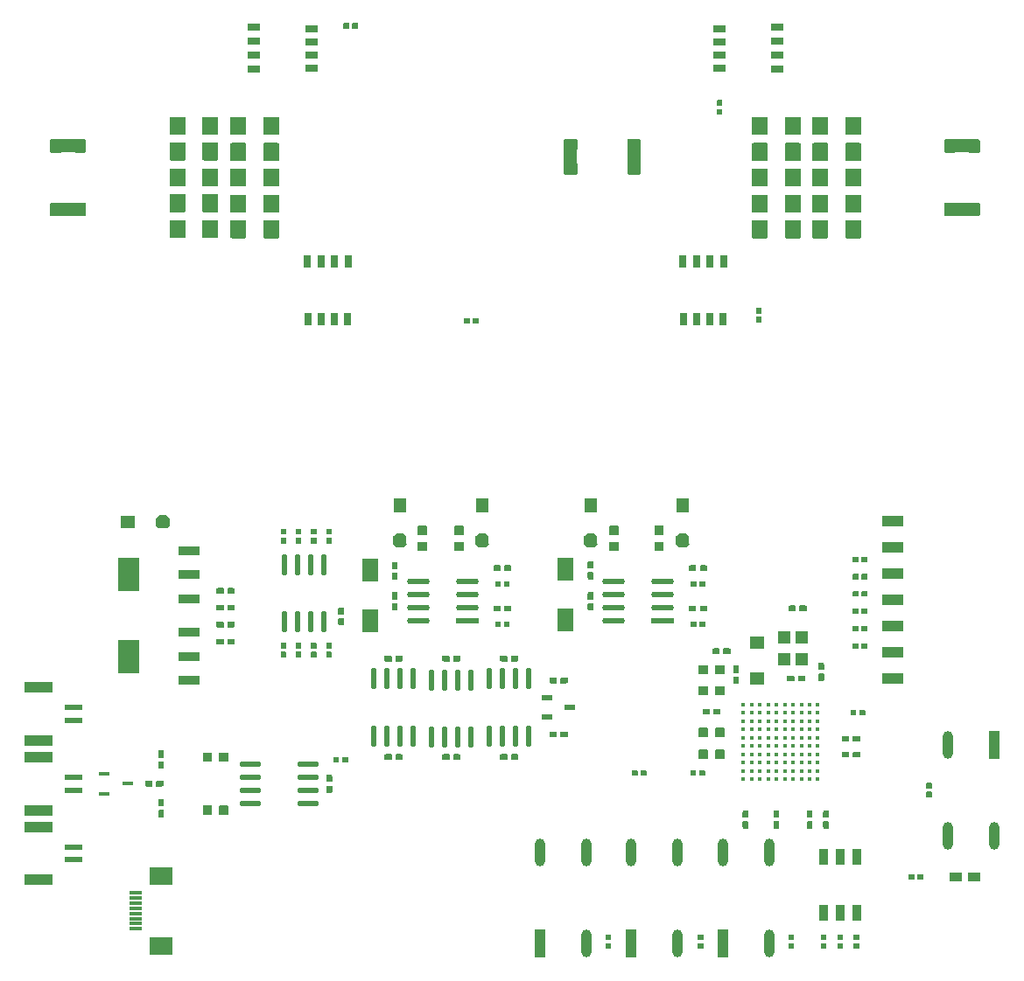
<source format=gtp>
G04*
G04 #@! TF.GenerationSoftware,Altium Limited,Altium Designer,22.0.2 (36)*
G04*
G04 Layer_Color=8421504*
%FSLAX25Y25*%
%MOIN*%
G70*
G04*
G04 #@! TF.SameCoordinates,8DF314AF-FFA0-4F09-AA67-4057F65CF364*
G04*
G04*
G04 #@! TF.FilePolarity,Positive*
G04*
G01*
G75*
%ADD18R,0.07874X0.03937*%
%ADD19O,0.08051X0.02315*%
%ADD20O,0.02315X0.08051*%
%ADD21R,0.02126X0.02227*%
%ADD22R,0.02126X0.03111*%
%ADD23R,0.04085X0.02095*%
%ADD24R,0.03111X0.02126*%
%ADD25C,0.01575*%
%ADD26R,0.05512X0.04724*%
%ADD27R,0.05118X0.01181*%
%ADD28R,0.08661X0.07087*%
%ADD29R,0.02227X0.02126*%
%ADD30R,0.03543X0.05906*%
%ADD31R,0.04724X0.05118*%
%ADD32R,0.05000X0.03500*%
%ADD33R,0.03175X0.03402*%
%ADD34O,0.03937X0.10630*%
%ADD35R,0.03937X0.10630*%
%ADD36R,0.03937X0.01772*%
%ADD37R,0.11024X0.03937*%
%ADD38R,0.06693X0.02362*%
G04:AMPARAMS|DCode=39|XSize=55mil|YSize=50mil|CornerRadius=0mil|HoleSize=0mil|Usage=FLASHONLY|Rotation=270.000|XOffset=0mil|YOffset=0mil|HoleType=Round|Shape=Octagon|*
%AMOCTAGOND39*
4,1,8,-0.01250,-0.02750,0.01250,-0.02750,0.02500,-0.01500,0.02500,0.01500,0.01250,0.02750,-0.01250,0.02750,-0.02500,0.01500,-0.02500,-0.01500,-0.01250,-0.02750,0.0*
%
%ADD39OCTAGOND39*%

%ADD40R,0.05000X0.05500*%
%ADD41R,0.03402X0.03175*%
%ADD42R,0.06272X0.08602*%
%ADD43R,0.08559X0.02292*%
G04:AMPARAMS|DCode=44|XSize=85.59mil|YSize=22.92mil|CornerRadius=11.46mil|HoleSize=0mil|Usage=FLASHONLY|Rotation=180.000|XOffset=0mil|YOffset=0mil|HoleType=Round|Shape=RoundedRectangle|*
%AMROUNDEDRECTD44*
21,1,0.08559,0.00000,0,0,180.0*
21,1,0.06267,0.02292,0,0,180.0*
1,1,0.02292,-0.03134,0.00000*
1,1,0.02292,0.03134,0.00000*
1,1,0.02292,0.03134,0.00000*
1,1,0.02292,-0.03134,0.00000*
%
%ADD44ROUNDEDRECTD44*%
%ADD45R,0.05500X0.05000*%
G04:AMPARAMS|DCode=46|XSize=55mil|YSize=50mil|CornerRadius=0mil|HoleSize=0mil|Usage=FLASHONLY|Rotation=0.000|XOffset=0mil|YOffset=0mil|HoleType=Round|Shape=Octagon|*
%AMOCTAGOND46*
4,1,8,0.02750,-0.01250,0.02750,0.01250,0.01500,0.02500,-0.01500,0.02500,-0.02750,0.01250,-0.02750,-0.01250,-0.01500,-0.02500,0.01500,-0.02500,0.02750,-0.01250,0.0*
%
%ADD46OCTAGOND46*%

%ADD47R,0.08465X0.12795*%
%ADD48R,0.08465X0.03740*%
%ADD49R,0.02559X0.04724*%
%ADD50R,0.04724X0.02559*%
%ADD51R,0.05847X0.06803*%
%ADD52R,0.05049X0.13606*%
%ADD53R,0.13606X0.05049*%
G36*
X1042519Y1029861D02*
Y1028050D01*
X1042362Y1027892D01*
X1040390D01*
X1040233Y1028050D01*
Y1029861D01*
X1040390Y1030018D01*
X1042362D01*
X1042519Y1029861D01*
D02*
G37*
G36*
X1039170D02*
Y1028050D01*
X1039013Y1027892D01*
X1037041D01*
X1036884Y1028050D01*
Y1029861D01*
X1037041Y1030018D01*
X1039013D01*
X1039170Y1029861D01*
D02*
G37*
G36*
X1181240Y1000425D02*
Y998454D01*
X1181083Y998296D01*
X1179272D01*
X1179114Y998454D01*
Y1000425D01*
X1179272Y1000582D01*
X1181083D01*
X1181240Y1000425D01*
D02*
G37*
G36*
Y997076D02*
Y995105D01*
X1181083Y994947D01*
X1179272D01*
X1179114Y995105D01*
Y997076D01*
X1179272Y997233D01*
X1181083D01*
X1181240Y997076D01*
D02*
G37*
G36*
X1233970Y993779D02*
Y987763D01*
X1233576Y987369D01*
X1228517D01*
X1228124Y987763D01*
Y989220D01*
X1228517Y989614D01*
X1229718D01*
X1230112Y990008D01*
Y991533D01*
X1229718Y991927D01*
X1228517D01*
X1228124Y992321D01*
Y993779D01*
X1228517Y994172D01*
X1233576D01*
X1233970Y993779D01*
D02*
G37*
G36*
X1221431D02*
Y992321D01*
X1221037Y991927D01*
X1219837D01*
X1219443Y991533D01*
Y990008D01*
X1219837Y989614D01*
X1221037D01*
X1221431Y989220D01*
Y987763D01*
X1221037Y987369D01*
X1215978D01*
X1215584Y987763D01*
Y993779D01*
X1215978Y994172D01*
X1221037D01*
X1221431Y993779D01*
D02*
G37*
G36*
X1210937D02*
Y987763D01*
X1210543Y987369D01*
X1205484D01*
X1205091Y987763D01*
Y989220D01*
X1205484Y989614D01*
X1206685D01*
X1207078Y990008D01*
Y991533D01*
X1206685Y991927D01*
X1205484D01*
X1205091Y992321D01*
Y993779D01*
X1205484Y994172D01*
X1210543D01*
X1210937Y993779D01*
D02*
G37*
G36*
X1198398D02*
Y992321D01*
X1198004Y991927D01*
X1196804D01*
X1196410Y991533D01*
Y990008D01*
X1196804Y989614D01*
X1198004D01*
X1198398Y989220D01*
Y987763D01*
X1198004Y987369D01*
X1192945D01*
X1192551Y987763D01*
Y993779D01*
X1192945Y994172D01*
X1198004D01*
X1198398Y993779D01*
D02*
G37*
G36*
X1012324D02*
Y987763D01*
X1011930Y987369D01*
X1006871D01*
X1006478Y987763D01*
Y989220D01*
X1006871Y989614D01*
X1008072D01*
X1008465Y990008D01*
Y991533D01*
X1008072Y991927D01*
X1006871D01*
X1006478Y992321D01*
Y993779D01*
X1006871Y994172D01*
X1011930D01*
X1012324Y993779D01*
D02*
G37*
G36*
X999785D02*
Y992321D01*
X999391Y991927D01*
X998190D01*
X997797Y991533D01*
Y990008D01*
X998190Y989614D01*
X999391D01*
X999785Y989220D01*
Y987763D01*
X999391Y987369D01*
X994332D01*
X993938Y987763D01*
Y993779D01*
X994332Y994172D01*
X999391D01*
X999785Y993779D01*
D02*
G37*
G36*
X989158D02*
Y987763D01*
X988764Y987369D01*
X983705D01*
X983312Y987763D01*
Y989220D01*
X983705Y989614D01*
X984906D01*
X985299Y990008D01*
Y991533D01*
X984906Y991927D01*
X983705D01*
X983312Y992321D01*
Y993779D01*
X983705Y994172D01*
X988764D01*
X989158Y993779D01*
D02*
G37*
G36*
X976619D02*
Y992321D01*
X976225Y991927D01*
X975025D01*
X974631Y991533D01*
Y990008D01*
X975025Y989614D01*
X976225D01*
X976619Y989220D01*
Y987763D01*
X976225Y987369D01*
X971166D01*
X970772Y987763D01*
Y993779D01*
X971166Y994172D01*
X976225D01*
X976619Y993779D01*
D02*
G37*
G36*
X1279303Y985224D02*
Y980962D01*
X1278909Y980569D01*
X1275207D01*
X1274813Y980962D01*
Y981892D01*
X1274419Y982285D01*
X1270581D01*
X1270187Y981892D01*
Y980962D01*
X1269793Y980569D01*
X1266091D01*
X1265697Y980962D01*
Y985224D01*
X1266091Y985618D01*
X1278909D01*
X1279303Y985224D01*
D02*
G37*
G36*
X938803D02*
Y980962D01*
X938409Y980569D01*
X934707D01*
X934313Y980962D01*
Y981892D01*
X933919Y982285D01*
X930081D01*
X929687Y981892D01*
Y980962D01*
X929293Y980569D01*
X925591D01*
X925197Y980962D01*
Y985224D01*
X925591Y985618D01*
X938409D01*
X938803Y985224D01*
D02*
G37*
G36*
X989158Y983937D02*
Y977921D01*
X988764Y977528D01*
X983705D01*
X983312Y977921D01*
Y979379D01*
X983705Y979773D01*
X984906D01*
X985299Y980166D01*
Y981692D01*
X984906Y982086D01*
X983705D01*
X983312Y982479D01*
Y983937D01*
X983705Y984331D01*
X988764D01*
X989158Y983937D01*
D02*
G37*
G36*
X976619D02*
Y982479D01*
X976225Y982086D01*
X975025D01*
X974631Y981692D01*
Y980166D01*
X975025Y979773D01*
X976225D01*
X976619Y979379D01*
Y977921D01*
X976225Y977528D01*
X971166D01*
X970772Y977921D01*
Y983937D01*
X971166Y984331D01*
X976225D01*
X976619Y983937D01*
D02*
G37*
G36*
X1233970Y983904D02*
Y977888D01*
X1233576Y977494D01*
X1228517D01*
X1228124Y977888D01*
Y979346D01*
X1228517Y979739D01*
X1229718D01*
X1230112Y980133D01*
Y981659D01*
X1229718Y982052D01*
X1228517D01*
X1228124Y982446D01*
Y983904D01*
X1228517Y984297D01*
X1233576D01*
X1233970Y983904D01*
D02*
G37*
G36*
X1221431D02*
Y982446D01*
X1221037Y982052D01*
X1219837D01*
X1219443Y981659D01*
Y980133D01*
X1219837Y979739D01*
X1221037D01*
X1221431Y979346D01*
Y977888D01*
X1221037Y977494D01*
X1215978D01*
X1215584Y977888D01*
Y983904D01*
X1215978Y984297D01*
X1221037D01*
X1221431Y983904D01*
D02*
G37*
G36*
X1210937D02*
Y977888D01*
X1210543Y977494D01*
X1205484D01*
X1205091Y977888D01*
Y979346D01*
X1205484Y979739D01*
X1206685D01*
X1207078Y980133D01*
Y981659D01*
X1206685Y982052D01*
X1205484D01*
X1205091Y982446D01*
Y983904D01*
X1205484Y984297D01*
X1210543D01*
X1210937Y983904D01*
D02*
G37*
G36*
X1198398D02*
Y982446D01*
X1198004Y982052D01*
X1196804D01*
X1196410Y981659D01*
Y980133D01*
X1196804Y979739D01*
X1198004D01*
X1198398Y979346D01*
Y977888D01*
X1198004Y977494D01*
X1192945D01*
X1192551Y977888D01*
Y983904D01*
X1192945Y984297D01*
X1198004D01*
X1198398Y983904D01*
D02*
G37*
G36*
X1012324D02*
Y977888D01*
X1011930Y977494D01*
X1006871D01*
X1006478Y977888D01*
Y979346D01*
X1006871Y979739D01*
X1008072D01*
X1008465Y980133D01*
Y981659D01*
X1008072Y982052D01*
X1006871D01*
X1006478Y982446D01*
Y983904D01*
X1006871Y984297D01*
X1011930D01*
X1012324Y983904D01*
D02*
G37*
G36*
X999785D02*
Y982446D01*
X999391Y982052D01*
X998190D01*
X997797Y981659D01*
Y980133D01*
X998190Y979739D01*
X999391D01*
X999785Y979346D01*
Y977888D01*
X999391Y977494D01*
X994332D01*
X993938Y977888D01*
Y983904D01*
X994332Y984297D01*
X999391D01*
X999785Y983904D01*
D02*
G37*
G36*
X1150097Y985409D02*
Y972591D01*
X1149703Y972197D01*
X1145441D01*
X1145047Y972591D01*
Y976293D01*
X1145441Y976687D01*
X1146370D01*
X1146764Y977081D01*
Y980919D01*
X1146370Y981313D01*
X1145441D01*
X1145047Y981707D01*
Y985409D01*
X1145441Y985803D01*
X1149703D01*
X1150097Y985409D01*
D02*
G37*
G36*
X1125953D02*
Y981707D01*
X1125559Y981313D01*
X1124630D01*
X1124236Y980919D01*
Y977081D01*
X1124630Y976687D01*
X1125559D01*
X1125953Y976293D01*
Y972591D01*
X1125559Y972197D01*
X1121297D01*
X1120903Y972591D01*
Y985409D01*
X1121297Y985803D01*
X1125559D01*
X1125953Y985409D01*
D02*
G37*
G36*
X989158Y974096D02*
Y968080D01*
X988764Y967686D01*
X983705D01*
X983312Y968080D01*
Y969538D01*
X983705Y969931D01*
X984906D01*
X985299Y970325D01*
Y971851D01*
X984906Y972244D01*
X983705D01*
X983312Y972638D01*
Y974096D01*
X983705Y974489D01*
X988764D01*
X989158Y974096D01*
D02*
G37*
G36*
X976619D02*
Y972638D01*
X976225Y972244D01*
X975025D01*
X974631Y971851D01*
Y970325D01*
X975025Y969931D01*
X976225D01*
X976619Y969538D01*
Y968080D01*
X976225Y967686D01*
X971166D01*
X970772Y968080D01*
Y974096D01*
X971166Y974489D01*
X976225D01*
X976619Y974096D01*
D02*
G37*
G36*
X1233970Y974029D02*
Y968013D01*
X1233576Y967620D01*
X1228517D01*
X1228124Y968013D01*
Y969471D01*
X1228517Y969865D01*
X1229718D01*
X1230112Y970259D01*
Y971784D01*
X1229718Y972178D01*
X1228517D01*
X1228124Y972571D01*
Y974029D01*
X1228517Y974423D01*
X1233576D01*
X1233970Y974029D01*
D02*
G37*
G36*
X1221431D02*
Y972571D01*
X1221037Y972178D01*
X1219837D01*
X1219443Y971784D01*
Y970259D01*
X1219837Y969865D01*
X1221037D01*
X1221431Y969471D01*
Y968013D01*
X1221037Y967620D01*
X1215978D01*
X1215584Y968013D01*
Y974029D01*
X1215978Y974423D01*
X1221037D01*
X1221431Y974029D01*
D02*
G37*
G36*
X1210937D02*
Y968013D01*
X1210543Y967620D01*
X1205484D01*
X1205091Y968013D01*
Y969471D01*
X1205484Y969865D01*
X1206685D01*
X1207078Y970259D01*
Y971784D01*
X1206685Y972178D01*
X1205484D01*
X1205091Y972571D01*
Y974029D01*
X1205484Y974423D01*
X1210543D01*
X1210937Y974029D01*
D02*
G37*
G36*
X1198398D02*
Y972571D01*
X1198004Y972178D01*
X1196804D01*
X1196410Y971784D01*
Y970259D01*
X1196804Y969865D01*
X1198004D01*
X1198398Y969471D01*
Y968013D01*
X1198004Y967620D01*
X1192945D01*
X1192551Y968013D01*
Y974029D01*
X1192945Y974423D01*
X1198004D01*
X1198398Y974029D01*
D02*
G37*
G36*
X1012324D02*
Y968013D01*
X1011930Y967620D01*
X1006871D01*
X1006478Y968013D01*
Y969471D01*
X1006871Y969865D01*
X1008072D01*
X1008465Y970259D01*
Y971784D01*
X1008072Y972178D01*
X1006871D01*
X1006478Y972571D01*
Y974029D01*
X1006871Y974423D01*
X1011930D01*
X1012324Y974029D01*
D02*
G37*
G36*
X999785D02*
Y972571D01*
X999391Y972178D01*
X998190D01*
X997797Y971784D01*
Y970259D01*
X998190Y969865D01*
X999391D01*
X999785Y969471D01*
Y968013D01*
X999391Y967620D01*
X994332D01*
X993938Y968013D01*
Y974029D01*
X994332Y974423D01*
X999391D01*
X999785Y974029D01*
D02*
G37*
G36*
X1279303Y961080D02*
Y956818D01*
X1278909Y956425D01*
X1266091D01*
X1265697Y956818D01*
Y961080D01*
X1266091Y961474D01*
X1269793D01*
X1270187Y961080D01*
Y960151D01*
X1270581Y959757D01*
X1274419D01*
X1274813Y960151D01*
Y961080D01*
X1275207Y961474D01*
X1278909D01*
X1279303Y961080D01*
D02*
G37*
G36*
X938803D02*
Y956818D01*
X938409Y956425D01*
X925591D01*
X925197Y956818D01*
Y961080D01*
X925591Y961474D01*
X929293D01*
X929687Y961080D01*
Y960151D01*
X930081Y959757D01*
X933919D01*
X934313Y960151D01*
Y961080D01*
X934707Y961474D01*
X938409D01*
X938803Y961080D01*
D02*
G37*
G36*
X989158Y964254D02*
Y958239D01*
X988764Y957845D01*
X983705D01*
X983312Y958239D01*
Y959696D01*
X983705Y960090D01*
X984906D01*
X985299Y960484D01*
Y962009D01*
X984906Y962403D01*
X983705D01*
X983312Y962797D01*
Y964254D01*
X983705Y964648D01*
X988764D01*
X989158Y964254D01*
D02*
G37*
G36*
X976619D02*
Y962797D01*
X976225Y962403D01*
X975025D01*
X974631Y962009D01*
Y960484D01*
X975025Y960090D01*
X976225D01*
X976619Y959696D01*
Y958239D01*
X976225Y957845D01*
X971166D01*
X970772Y958239D01*
Y964254D01*
X971166Y964648D01*
X976225D01*
X976619Y964254D01*
D02*
G37*
G36*
X1233970Y964155D02*
Y958139D01*
X1233576Y957745D01*
X1228517D01*
X1228124Y958139D01*
Y959597D01*
X1228517Y959990D01*
X1229718D01*
X1230112Y960384D01*
Y961909D01*
X1229718Y962303D01*
X1228517D01*
X1228124Y962697D01*
Y964155D01*
X1228517Y964548D01*
X1233576D01*
X1233970Y964155D01*
D02*
G37*
G36*
X1221431D02*
Y962697D01*
X1221037Y962303D01*
X1219837D01*
X1219443Y961909D01*
Y960384D01*
X1219837Y959990D01*
X1221037D01*
X1221431Y959597D01*
Y958139D01*
X1221037Y957745D01*
X1215978D01*
X1215584Y958139D01*
Y964155D01*
X1215978Y964548D01*
X1221037D01*
X1221431Y964155D01*
D02*
G37*
G36*
X1210937D02*
Y958139D01*
X1210543Y957745D01*
X1205484D01*
X1205091Y958139D01*
Y959597D01*
X1205484Y959990D01*
X1206685D01*
X1207078Y960384D01*
Y961909D01*
X1206685Y962303D01*
X1205484D01*
X1205091Y962697D01*
Y964155D01*
X1205484Y964548D01*
X1210543D01*
X1210937Y964155D01*
D02*
G37*
G36*
X1198398D02*
Y962697D01*
X1198004Y962303D01*
X1196804D01*
X1196410Y961909D01*
Y960384D01*
X1196804Y959990D01*
X1198004D01*
X1198398Y959597D01*
Y958139D01*
X1198004Y957745D01*
X1192945D01*
X1192551Y958139D01*
Y964155D01*
X1192945Y964548D01*
X1198004D01*
X1198398Y964155D01*
D02*
G37*
G36*
X1012324D02*
Y958139D01*
X1011930Y957745D01*
X1006871D01*
X1006478Y958139D01*
Y959597D01*
X1006871Y959990D01*
X1008072D01*
X1008465Y960384D01*
Y961909D01*
X1008072Y962303D01*
X1006871D01*
X1006478Y962697D01*
Y964155D01*
X1006871Y964548D01*
X1011930D01*
X1012324Y964155D01*
D02*
G37*
G36*
X999785D02*
Y962697D01*
X999391Y962303D01*
X998190D01*
X997797Y961909D01*
Y960384D01*
X998190Y959990D01*
X999391D01*
X999785Y959597D01*
Y958139D01*
X999391Y957745D01*
X994332D01*
X993938Y958139D01*
Y964155D01*
X994332Y964548D01*
X999391D01*
X999785Y964155D01*
D02*
G37*
G36*
X989158Y954413D02*
Y948397D01*
X988764Y948003D01*
X983705D01*
X983312Y948397D01*
Y949855D01*
X983705Y950249D01*
X984906D01*
X985299Y950642D01*
Y952168D01*
X984906Y952561D01*
X983705D01*
X983312Y952955D01*
Y954413D01*
X983705Y954807D01*
X988764D01*
X989158Y954413D01*
D02*
G37*
G36*
X976619D02*
Y952955D01*
X976225Y952561D01*
X975025D01*
X974631Y952168D01*
Y950642D01*
X975025Y950249D01*
X976225D01*
X976619Y949855D01*
Y948397D01*
X976225Y948003D01*
X971166D01*
X970772Y948397D01*
Y954413D01*
X971166Y954807D01*
X976225D01*
X976619Y954413D01*
D02*
G37*
G36*
X1233970Y954280D02*
Y948264D01*
X1233576Y947871D01*
X1228517D01*
X1228124Y948264D01*
Y949722D01*
X1228517Y950116D01*
X1229718D01*
X1230112Y950509D01*
Y952035D01*
X1229718Y952429D01*
X1228517D01*
X1228124Y952822D01*
Y954280D01*
X1228517Y954674D01*
X1233576D01*
X1233970Y954280D01*
D02*
G37*
G36*
X1221431D02*
Y952822D01*
X1221037Y952429D01*
X1219837D01*
X1219443Y952035D01*
Y950509D01*
X1219837Y950116D01*
X1221037D01*
X1221431Y949722D01*
Y948264D01*
X1221037Y947871D01*
X1215978D01*
X1215584Y948264D01*
Y954280D01*
X1215978Y954674D01*
X1221037D01*
X1221431Y954280D01*
D02*
G37*
G36*
X1210937D02*
Y948264D01*
X1210543Y947871D01*
X1205484D01*
X1205091Y948264D01*
Y949722D01*
X1205484Y950116D01*
X1206685D01*
X1207078Y950509D01*
Y952035D01*
X1206685Y952429D01*
X1205484D01*
X1205091Y952822D01*
Y954280D01*
X1205484Y954674D01*
X1210543D01*
X1210937Y954280D01*
D02*
G37*
G36*
X1198398D02*
Y952822D01*
X1198004Y952429D01*
X1196804D01*
X1196410Y952035D01*
Y950509D01*
X1196804Y950116D01*
X1198004D01*
X1198398Y949722D01*
Y948264D01*
X1198004Y947871D01*
X1192945D01*
X1192551Y948264D01*
Y954280D01*
X1192945Y954674D01*
X1198004D01*
X1198398Y954280D01*
D02*
G37*
G36*
X1012324D02*
Y948264D01*
X1011930Y947871D01*
X1006871D01*
X1006478Y948264D01*
Y949722D01*
X1006871Y950116D01*
X1008072D01*
X1008465Y950509D01*
Y952035D01*
X1008072Y952429D01*
X1006871D01*
X1006478Y952822D01*
Y954280D01*
X1006871Y954674D01*
X1011930D01*
X1012324Y954280D01*
D02*
G37*
G36*
X999785D02*
Y952822D01*
X999391Y952429D01*
X998190D01*
X997797Y952035D01*
Y950509D01*
X998190Y950116D01*
X999391D01*
X999785Y949722D01*
Y948264D01*
X999391Y947871D01*
X994332D01*
X993938Y948264D01*
Y954280D01*
X994332Y954674D01*
X999391D01*
X999785Y954280D01*
D02*
G37*
G36*
X1196063Y921364D02*
Y919393D01*
X1195905Y919236D01*
X1194094D01*
X1193937Y919393D01*
Y921364D01*
X1194094Y921521D01*
X1195905D01*
X1196063Y921364D01*
D02*
G37*
G36*
Y918015D02*
Y916044D01*
X1195905Y915886D01*
X1194094D01*
X1193937Y916044D01*
Y918015D01*
X1194094Y918172D01*
X1195905D01*
X1196063Y918015D01*
D02*
G37*
G36*
X1088317Y917406D02*
Y915594D01*
X1088160Y915437D01*
X1086189D01*
X1086032Y915594D01*
Y917406D01*
X1086189Y917563D01*
X1088160D01*
X1088317Y917406D01*
D02*
G37*
G36*
X1084968D02*
Y915594D01*
X1084811Y915437D01*
X1082840D01*
X1082683Y915594D01*
Y917406D01*
X1082840Y917563D01*
X1084811D01*
X1084968Y917406D01*
D02*
G37*
G36*
X1032421Y837053D02*
Y835082D01*
X1032263Y834924D01*
X1030452D01*
X1030295Y835082D01*
Y837053D01*
X1030452Y837210D01*
X1032263D01*
X1032421Y837053D01*
D02*
G37*
G36*
X1026641D02*
Y835082D01*
X1026483Y834924D01*
X1024672D01*
X1024514Y835082D01*
Y837053D01*
X1024672Y837210D01*
X1026483D01*
X1026641Y837053D01*
D02*
G37*
G36*
X1020860D02*
Y835082D01*
X1020703Y834924D01*
X1018892D01*
X1018734Y835082D01*
Y837053D01*
X1018892Y837210D01*
X1020703D01*
X1020860Y837053D01*
D02*
G37*
G36*
X1015080D02*
Y835082D01*
X1014923Y834924D01*
X1013112D01*
X1012954Y835082D01*
Y837053D01*
X1013112Y837210D01*
X1014923D01*
X1015080Y837053D01*
D02*
G37*
G36*
X1158831Y838239D02*
Y835090D01*
X1158634Y834893D01*
X1157681D01*
Y836350D01*
X1156382D01*
Y834893D01*
X1155485D01*
X1155288Y835090D01*
Y838239D01*
X1155485Y838436D01*
X1158634D01*
X1158831Y838239D01*
D02*
G37*
G36*
X1141772Y838239D02*
Y835090D01*
X1141575Y834893D01*
X1140622D01*
Y836349D01*
X1139323D01*
Y834893D01*
X1138425D01*
X1138228Y835090D01*
Y838239D01*
X1138425Y838436D01*
X1141575D01*
X1141772Y838239D01*
D02*
G37*
G36*
X1082772D02*
Y835090D01*
X1082575Y834893D01*
X1081622D01*
Y836349D01*
X1080323D01*
Y834893D01*
X1079425D01*
X1079228Y835090D01*
Y838239D01*
X1079425Y838436D01*
X1082575D01*
X1082772Y838239D01*
D02*
G37*
G36*
X1068772D02*
Y835090D01*
X1068575Y834893D01*
X1067622D01*
Y836349D01*
X1066323D01*
Y834893D01*
X1065425D01*
X1065228Y835090D01*
Y838239D01*
X1065425Y838436D01*
X1068575D01*
X1068772Y838239D01*
D02*
G37*
G36*
X1032421Y833704D02*
Y831733D01*
X1032263Y831575D01*
X1030452D01*
X1030295Y831733D01*
Y833704D01*
X1030452Y833861D01*
X1032263D01*
X1032421Y833704D01*
D02*
G37*
G36*
X1026641D02*
Y831733D01*
X1026483Y831575D01*
X1024672D01*
X1024514Y831733D01*
Y833704D01*
X1024672Y833861D01*
X1026483D01*
X1026641Y833704D01*
D02*
G37*
G36*
X1020860D02*
Y831733D01*
X1020703Y831575D01*
X1018892D01*
X1018734Y831733D01*
Y833704D01*
X1018892Y833861D01*
X1020703D01*
X1020860Y833704D01*
D02*
G37*
G36*
X1015080D02*
Y831733D01*
X1014923Y831575D01*
X1013112D01*
X1012954Y831733D01*
Y833704D01*
X1013112Y833861D01*
X1014923D01*
X1015080Y833704D01*
D02*
G37*
G36*
X1158831Y831940D02*
Y828830D01*
X1158634Y828633D01*
X1155485D01*
X1155288Y828830D01*
Y831940D01*
X1155485Y832137D01*
X1156382D01*
Y830641D01*
X1157681D01*
Y832137D01*
X1158634D01*
X1158831Y831940D01*
D02*
G37*
G36*
X1141772Y831940D02*
Y828830D01*
X1141575Y828633D01*
X1138425D01*
X1138228Y828830D01*
Y831940D01*
X1138425Y832137D01*
X1139323D01*
Y830641D01*
X1140622D01*
Y832137D01*
X1141575D01*
X1141772Y831940D01*
D02*
G37*
G36*
X1082772D02*
Y828830D01*
X1082575Y828633D01*
X1079425D01*
X1079228Y828830D01*
Y831940D01*
X1079425Y832137D01*
X1080323D01*
Y830641D01*
X1081622D01*
Y832137D01*
X1082575D01*
X1082772Y831940D01*
D02*
G37*
G36*
X1068772D02*
Y828830D01*
X1068575Y828633D01*
X1065425D01*
X1065228Y828830D01*
Y831940D01*
X1065425Y832137D01*
X1066323D01*
Y830641D01*
X1067622D01*
Y832137D01*
X1068575D01*
X1068772Y831940D01*
D02*
G37*
G36*
X1236522Y826342D02*
Y824531D01*
X1236364Y824373D01*
X1234393D01*
X1234235Y824531D01*
Y826342D01*
X1234393Y826499D01*
X1236364D01*
X1236522Y826342D01*
D02*
G37*
G36*
X1233173D02*
Y824531D01*
X1233015Y824373D01*
X1231044D01*
X1230886Y824531D01*
Y826342D01*
X1231044Y826499D01*
X1233015D01*
X1233173Y826342D01*
D02*
G37*
G36*
X1132060Y824263D02*
Y822373D01*
X1131864Y822097D01*
X1130092D01*
X1129895Y822373D01*
Y824263D01*
X1130092Y824459D01*
X1131864D01*
X1132060Y824263D01*
D02*
G37*
G36*
X1057550Y823959D02*
Y822069D01*
X1057353Y821794D01*
X1055582D01*
X1055385Y822069D01*
Y823959D01*
X1055582Y824156D01*
X1057353D01*
X1057550Y823959D01*
D02*
G37*
G36*
X1175027Y823095D02*
Y821323D01*
X1174830Y821126D01*
X1172940D01*
X1172665Y821323D01*
Y823095D01*
X1172940Y823291D01*
X1174830D01*
X1175027Y823095D01*
D02*
G37*
G36*
X1171247D02*
Y821323D01*
X1170972Y821126D01*
X1169082D01*
X1168885Y821323D01*
Y823095D01*
X1169082Y823291D01*
X1170972D01*
X1171247Y823095D01*
D02*
G37*
G36*
X1100517Y823095D02*
Y821323D01*
X1100320Y821126D01*
X1098430D01*
X1098155Y821323D01*
Y823095D01*
X1098430Y823291D01*
X1100320D01*
X1100517Y823095D01*
D02*
G37*
G36*
X1096737D02*
Y821323D01*
X1096462Y821126D01*
X1094572D01*
X1094375Y821323D01*
Y823095D01*
X1094572Y823291D01*
X1096462D01*
X1096737Y823095D01*
D02*
G37*
G36*
X1132060Y820404D02*
Y818515D01*
X1131864Y818318D01*
X1130092D01*
X1129895Y818515D01*
Y820404D01*
X1130092Y820680D01*
X1131864D01*
X1132060Y820404D01*
D02*
G37*
G36*
X1057550Y820101D02*
Y818211D01*
X1057353Y818014D01*
X1055582D01*
X1055385Y818211D01*
Y820101D01*
X1055582Y820377D01*
X1057353D01*
X1057550Y820101D01*
D02*
G37*
G36*
X1236522Y819841D02*
Y818030D01*
X1236364Y817872D01*
X1234393D01*
X1234235Y818030D01*
Y819841D01*
X1234393Y819998D01*
X1236364D01*
X1236522Y819841D01*
D02*
G37*
G36*
X1233173D02*
Y818030D01*
X1233015Y817872D01*
X1231044D01*
X1230886Y818030D01*
Y819841D01*
X1231044Y819998D01*
X1233015D01*
X1233173Y819841D01*
D02*
G37*
G36*
X1174774Y817083D02*
Y815272D01*
X1174616Y815115D01*
X1172645D01*
X1172488Y815272D01*
Y817083D01*
X1172645Y817241D01*
X1174616D01*
X1174774Y817083D01*
D02*
G37*
G36*
X1171425D02*
Y815272D01*
X1171267Y815115D01*
X1169296D01*
X1169139Y815272D01*
Y817083D01*
X1169296Y817241D01*
X1171267D01*
X1171425Y817083D01*
D02*
G37*
G36*
X1100263Y817083D02*
Y815272D01*
X1100106Y815115D01*
X1098135D01*
X1097977Y815272D01*
Y817083D01*
X1098135Y817241D01*
X1100106D01*
X1100263Y817083D01*
D02*
G37*
G36*
X1096914D02*
Y815272D01*
X1096757Y815115D01*
X1094786D01*
X1094628Y815272D01*
Y817083D01*
X1094786Y817241D01*
X1096757D01*
X1096914Y817083D01*
D02*
G37*
G36*
X995062Y814429D02*
Y812657D01*
X994865Y812460D01*
X992975D01*
X992700Y812657D01*
Y814429D01*
X992975Y814625D01*
X994865D01*
X995062Y814429D01*
D02*
G37*
G36*
X991282D02*
Y812657D01*
X991007Y812460D01*
X989117D01*
X988920Y812657D01*
Y814429D01*
X989117Y814625D01*
X991007D01*
X991282Y814429D01*
D02*
G37*
G36*
X1236522Y813232D02*
Y811421D01*
X1236364Y811263D01*
X1234393D01*
X1234235Y811421D01*
Y813232D01*
X1234393Y813389D01*
X1236364D01*
X1236522Y813232D01*
D02*
G37*
G36*
X1233173D02*
Y811421D01*
X1233015Y811263D01*
X1231044D01*
X1230886Y811421D01*
Y813232D01*
X1231044Y813389D01*
X1233015D01*
X1233173Y813232D01*
D02*
G37*
G36*
X1132060Y812374D02*
Y810484D01*
X1131863Y810209D01*
X1130092D01*
X1129895Y810484D01*
Y812374D01*
X1130092Y812571D01*
X1131863D01*
X1132060Y812374D01*
D02*
G37*
G36*
X1057550Y812374D02*
Y810484D01*
X1057353Y810209D01*
X1055582D01*
X1055385Y810484D01*
Y812374D01*
X1055582Y812571D01*
X1057353D01*
X1057550Y812374D01*
D02*
G37*
G36*
X1132060Y808516D02*
Y806626D01*
X1131863Y806429D01*
X1130092D01*
X1129895Y806626D01*
Y808516D01*
X1130092Y808791D01*
X1131863D01*
X1132060Y808516D01*
D02*
G37*
G36*
X1057550Y808516D02*
Y806626D01*
X1057353Y806429D01*
X1055582D01*
X1055385Y806626D01*
Y808516D01*
X1055582Y808791D01*
X1057353D01*
X1057550Y808516D01*
D02*
G37*
G36*
X995062Y807963D02*
Y806191D01*
X994865Y805994D01*
X992975D01*
X992700Y806191D01*
Y807963D01*
X992975Y808159D01*
X994865D01*
X995062Y807963D01*
D02*
G37*
G36*
X991282D02*
Y806191D01*
X991007Y805994D01*
X989117D01*
X988920Y806191D01*
Y807963D01*
X989117Y808159D01*
X991007D01*
X991282Y807963D01*
D02*
G37*
G36*
X1212965Y807748D02*
Y805976D01*
X1212768Y805779D01*
X1210878D01*
X1210603Y805976D01*
Y807748D01*
X1210878Y807944D01*
X1212768D01*
X1212965Y807748D01*
D02*
G37*
G36*
X1209186D02*
Y805976D01*
X1208910Y805779D01*
X1207020D01*
X1206823Y805976D01*
Y807748D01*
X1207020Y807944D01*
X1208910D01*
X1209186Y807748D01*
D02*
G37*
G36*
X1175027Y807715D02*
Y805943D01*
X1174830Y805746D01*
X1172940D01*
X1172665Y805943D01*
Y807715D01*
X1172940Y807912D01*
X1174830D01*
X1175027Y807715D01*
D02*
G37*
G36*
X1171247D02*
Y805943D01*
X1170972Y805746D01*
X1169082D01*
X1168885Y805943D01*
Y807715D01*
X1169082Y807912D01*
X1170972D01*
X1171247Y807715D01*
D02*
G37*
G36*
X1100517Y807715D02*
Y805943D01*
X1100320Y805746D01*
X1098430D01*
X1098155Y805943D01*
Y807715D01*
X1098430Y807911D01*
X1100320D01*
X1100517Y807715D01*
D02*
G37*
G36*
X1096737D02*
Y805943D01*
X1096462Y805746D01*
X1094572D01*
X1094375Y805943D01*
Y807715D01*
X1094572Y807911D01*
X1096462D01*
X1096737Y807715D01*
D02*
G37*
G36*
X1236522Y806623D02*
Y804812D01*
X1236364Y804655D01*
X1234393D01*
X1234235Y804812D01*
Y806623D01*
X1234393Y806781D01*
X1236364D01*
X1236522Y806623D01*
D02*
G37*
G36*
X1233173D02*
Y804812D01*
X1233015Y804655D01*
X1231044D01*
X1230886Y804812D01*
Y806623D01*
X1231044Y806781D01*
X1233015D01*
X1233173Y806623D01*
D02*
G37*
G36*
X1037083Y806605D02*
Y804715D01*
X1036886Y804440D01*
X1035114D01*
X1034917Y804715D01*
Y806605D01*
X1035114Y806802D01*
X1036886D01*
X1037083Y806605D01*
D02*
G37*
G36*
Y802747D02*
Y800857D01*
X1036886Y800660D01*
X1035114D01*
X1034917Y800857D01*
Y802747D01*
X1035114Y803022D01*
X1036886D01*
X1037083Y802747D01*
D02*
G37*
G36*
X1174774Y801665D02*
Y799854D01*
X1174616Y799696D01*
X1172645D01*
X1172488Y799854D01*
Y801665D01*
X1172645Y801822D01*
X1174616D01*
X1174774Y801665D01*
D02*
G37*
G36*
X1171425D02*
Y799854D01*
X1171267Y799696D01*
X1169296D01*
X1169139Y799854D01*
Y801665D01*
X1169296Y801822D01*
X1171267D01*
X1171425Y801665D01*
D02*
G37*
G36*
X1100263Y801665D02*
Y799854D01*
X1100106Y799696D01*
X1098135D01*
X1097977Y799854D01*
Y801665D01*
X1098135Y801822D01*
X1100106D01*
X1100263Y801665D01*
D02*
G37*
G36*
X1096914D02*
Y799854D01*
X1096757Y799696D01*
X1094786D01*
X1094628Y799854D01*
Y801665D01*
X1094786Y801822D01*
X1096757D01*
X1096914Y801665D01*
D02*
G37*
G36*
X995062Y801497D02*
Y799725D01*
X994865Y799528D01*
X992975D01*
X992700Y799725D01*
Y801497D01*
X992975Y801693D01*
X994865D01*
X995062Y801497D01*
D02*
G37*
G36*
X991282D02*
Y799725D01*
X991007Y799528D01*
X989117D01*
X988920Y799725D01*
Y801497D01*
X989117Y801693D01*
X991007D01*
X991282Y801497D01*
D02*
G37*
G36*
X1236522Y800014D02*
Y798203D01*
X1236364Y798046D01*
X1234393D01*
X1234235Y798203D01*
Y800014D01*
X1234393Y800172D01*
X1236364D01*
X1236522Y800014D01*
D02*
G37*
G36*
X1233173D02*
Y798203D01*
X1233015Y798046D01*
X1231044D01*
X1230886Y798203D01*
Y800014D01*
X1231044Y800172D01*
X1233015D01*
X1233173Y800014D01*
D02*
G37*
G36*
X995062Y795030D02*
Y793259D01*
X994865Y793062D01*
X992975D01*
X992700Y793259D01*
Y795030D01*
X992975Y795227D01*
X994865D01*
X995062Y795030D01*
D02*
G37*
G36*
X991282D02*
Y793259D01*
X991007Y793062D01*
X989117D01*
X988920Y793259D01*
Y795030D01*
X989117Y795227D01*
X991007D01*
X991282Y795030D01*
D02*
G37*
G36*
X1032421Y793574D02*
Y791603D01*
X1032263Y791445D01*
X1030452D01*
X1030295Y791603D01*
Y793574D01*
X1030452Y793731D01*
X1032263D01*
X1032421Y793574D01*
D02*
G37*
G36*
X1026641D02*
Y791603D01*
X1026483Y791445D01*
X1024672D01*
X1024514Y791603D01*
Y793574D01*
X1024672Y793731D01*
X1026483D01*
X1026641Y793574D01*
D02*
G37*
G36*
X1020860D02*
Y791603D01*
X1020703Y791445D01*
X1018892D01*
X1018734Y791603D01*
Y793574D01*
X1018892Y793731D01*
X1020703D01*
X1020860Y793574D01*
D02*
G37*
G36*
X1015080D02*
Y791603D01*
X1014923Y791445D01*
X1013112D01*
X1012954Y791603D01*
Y793574D01*
X1013112Y793731D01*
X1014923D01*
X1015080Y793574D01*
D02*
G37*
G36*
X1236522Y793405D02*
Y791595D01*
X1236364Y791437D01*
X1234393D01*
X1234235Y791595D01*
Y793405D01*
X1234393Y793563D01*
X1236364D01*
X1236522Y793405D01*
D02*
G37*
G36*
X1233173D02*
Y791595D01*
X1233015Y791437D01*
X1231044D01*
X1230886Y791595D01*
Y793405D01*
X1231044Y793563D01*
X1233015D01*
X1233173Y793405D01*
D02*
G37*
G36*
X1183925Y791386D02*
Y789614D01*
X1183728Y789417D01*
X1181838D01*
X1181563Y789614D01*
Y791386D01*
X1181838Y791583D01*
X1183728D01*
X1183925Y791386D01*
D02*
G37*
G36*
X1180145D02*
Y789614D01*
X1179870Y789417D01*
X1177980D01*
X1177783Y789614D01*
Y791386D01*
X1177980Y791583D01*
X1179870D01*
X1180145Y791386D01*
D02*
G37*
G36*
X1032421Y790225D02*
Y788254D01*
X1032263Y788097D01*
X1030452D01*
X1030295Y788254D01*
Y790225D01*
X1030452Y790382D01*
X1032263D01*
X1032421Y790225D01*
D02*
G37*
G36*
X1026641D02*
Y788254D01*
X1026483Y788097D01*
X1024672D01*
X1024514Y788254D01*
Y790225D01*
X1024672Y790382D01*
X1026483D01*
X1026641Y790225D01*
D02*
G37*
G36*
X1020860D02*
Y788254D01*
X1020703Y788097D01*
X1018892D01*
X1018734Y788254D01*
Y790225D01*
X1018892Y790382D01*
X1020703D01*
X1020860Y790225D01*
D02*
G37*
G36*
X1015080D02*
Y788254D01*
X1014923Y788097D01*
X1013112D01*
X1012954Y788254D01*
Y790225D01*
X1013112Y790382D01*
X1014923D01*
X1015080Y790225D01*
D02*
G37*
G36*
X1103134Y788494D02*
Y786722D01*
X1102937Y786526D01*
X1101047D01*
X1100772Y786722D01*
Y788494D01*
X1101047Y788691D01*
X1102937D01*
X1103134Y788494D01*
D02*
G37*
G36*
X1099354D02*
Y786722D01*
X1099079Y786526D01*
X1097189D01*
X1096992Y786722D01*
Y788494D01*
X1097189Y788691D01*
X1099079D01*
X1099354Y788494D01*
D02*
G37*
G36*
X1081102D02*
Y786722D01*
X1080906Y786526D01*
X1079016D01*
X1078740Y786722D01*
Y788494D01*
X1079016Y788691D01*
X1080906D01*
X1081102Y788494D01*
D02*
G37*
G36*
X1077323D02*
Y786722D01*
X1077047Y786526D01*
X1075158D01*
X1074961Y786722D01*
Y788494D01*
X1075158Y788691D01*
X1077047D01*
X1077323Y788494D01*
D02*
G37*
G36*
X1059071D02*
Y786722D01*
X1058874Y786526D01*
X1056984D01*
X1056709Y786722D01*
Y788494D01*
X1056984Y788691D01*
X1058874D01*
X1059071Y788494D01*
D02*
G37*
G36*
X1055291D02*
Y786722D01*
X1055016Y786526D01*
X1053126D01*
X1052929Y786722D01*
Y788494D01*
X1053126Y788691D01*
X1055016D01*
X1055291Y788494D01*
D02*
G37*
G36*
X1219954Y785512D02*
Y783622D01*
X1219757Y783347D01*
X1217986D01*
X1217789Y783622D01*
Y785512D01*
X1217986Y785709D01*
X1219757D01*
X1219954Y785512D01*
D02*
G37*
G36*
X1187583Y784374D02*
Y782484D01*
X1187386Y782209D01*
X1185614D01*
X1185417Y782484D01*
Y784374D01*
X1185614Y784571D01*
X1187386D01*
X1187583Y784374D01*
D02*
G37*
G36*
X1181986Y784987D02*
Y781838D01*
X1181789Y781641D01*
X1178679D01*
X1178482Y781838D01*
Y782735D01*
X1179978D01*
Y784034D01*
X1178482D01*
Y784987D01*
X1178679Y785184D01*
X1181789D01*
X1181986Y784987D01*
D02*
G37*
G36*
X1175726D02*
Y784034D01*
X1174269D01*
Y782735D01*
X1175726D01*
Y781838D01*
X1175529Y781641D01*
X1172379D01*
X1172183Y781838D01*
Y784987D01*
X1172379Y785184D01*
X1175529D01*
X1175726Y784987D01*
D02*
G37*
G36*
X1219954Y781654D02*
Y779764D01*
X1219757Y779567D01*
X1217986D01*
X1217789Y779764D01*
Y781654D01*
X1217986Y781929D01*
X1219757D01*
X1219954Y781654D01*
D02*
G37*
G36*
X1212425Y780886D02*
Y779114D01*
X1212228Y778917D01*
X1210338D01*
X1210063Y779114D01*
Y780886D01*
X1210338Y781083D01*
X1212228D01*
X1212425Y780886D01*
D02*
G37*
G36*
X1208646D02*
Y779114D01*
X1208370Y778917D01*
X1206480D01*
X1206283Y779114D01*
Y780886D01*
X1206480Y781083D01*
X1208370D01*
X1208646Y780886D01*
D02*
G37*
G36*
X1187583Y780516D02*
Y778626D01*
X1187386Y778429D01*
X1185614D01*
X1185417Y778626D01*
Y780516D01*
X1185614Y780791D01*
X1187386D01*
X1187583Y780516D01*
D02*
G37*
G36*
X1121892Y780156D02*
Y778384D01*
X1121695Y778187D01*
X1119806D01*
X1119530Y778384D01*
Y780156D01*
X1119806Y780352D01*
X1121695D01*
X1121892Y780156D01*
D02*
G37*
G36*
X1118113D02*
Y778384D01*
X1117837Y778187D01*
X1115947D01*
X1115751Y778384D01*
Y780156D01*
X1115947Y780352D01*
X1117837D01*
X1118113Y780156D01*
D02*
G37*
G36*
X1181986Y777023D02*
Y773874D01*
X1181789Y773677D01*
X1178679D01*
X1178482Y773874D01*
Y774771D01*
X1179978D01*
Y776070D01*
X1178482D01*
Y777023D01*
X1178679Y777220D01*
X1181789D01*
X1181986Y777023D01*
D02*
G37*
G36*
X1175726D02*
Y776070D01*
X1174269D01*
Y774771D01*
X1175726D01*
Y773874D01*
X1175529Y773677D01*
X1172379D01*
X1172183Y773874D01*
Y777023D01*
X1172379Y777220D01*
X1175529D01*
X1175726Y777023D01*
D02*
G37*
G36*
X1180155Y768226D02*
Y766455D01*
X1179958Y766258D01*
X1178069D01*
X1177793Y766455D01*
Y768226D01*
X1178069Y768423D01*
X1179958D01*
X1180155Y768226D01*
D02*
G37*
G36*
X1176376D02*
Y766455D01*
X1176100Y766258D01*
X1174210D01*
X1174013Y766455D01*
Y768226D01*
X1174210Y768423D01*
X1176100D01*
X1176376Y768226D01*
D02*
G37*
G36*
X1235614Y767906D02*
Y766094D01*
X1235456Y765937D01*
X1233485D01*
X1233327Y766094D01*
Y767906D01*
X1233485Y768063D01*
X1235456D01*
X1235614Y767906D01*
D02*
G37*
G36*
X1232265D02*
Y766094D01*
X1232107Y765937D01*
X1230136D01*
X1229978Y766094D01*
Y767906D01*
X1230136Y768063D01*
X1232107D01*
X1232265Y767906D01*
D02*
G37*
G36*
X1181986Y761138D02*
Y757988D01*
X1181789Y757791D01*
X1178679D01*
X1178482Y757988D01*
Y758886D01*
X1179978D01*
Y760185D01*
X1178482D01*
Y761138D01*
X1178679Y761335D01*
X1181789D01*
X1181986Y761138D01*
D02*
G37*
G36*
X1175726D02*
Y760185D01*
X1174269D01*
Y758886D01*
X1175726D01*
Y757988D01*
X1175529Y757791D01*
X1172379D01*
X1172183Y757988D01*
Y761138D01*
X1172379Y761335D01*
X1175529D01*
X1175726Y761138D01*
D02*
G37*
G36*
X1121893Y759607D02*
Y757835D01*
X1121696Y757639D01*
X1119806D01*
X1119530Y757835D01*
Y759607D01*
X1119806Y759804D01*
X1121696D01*
X1121893Y759607D01*
D02*
G37*
G36*
X1118113D02*
Y757835D01*
X1117837Y757639D01*
X1115948D01*
X1115751Y757835D01*
Y759607D01*
X1115948Y759804D01*
X1117837D01*
X1118113Y759607D01*
D02*
G37*
G36*
X1233217Y757936D02*
Y756164D01*
X1233020Y755967D01*
X1231130D01*
X1230855Y756164D01*
Y757936D01*
X1231130Y758133D01*
X1233020D01*
X1233217Y757936D01*
D02*
G37*
G36*
X1229437D02*
Y756164D01*
X1229162Y755967D01*
X1227272D01*
X1227075Y756164D01*
Y757936D01*
X1227272Y758133D01*
X1229162D01*
X1229437Y757936D01*
D02*
G37*
G36*
X1233217Y751886D02*
Y750114D01*
X1233020Y749917D01*
X1231130D01*
X1230855Y750114D01*
Y751886D01*
X1231130Y752083D01*
X1233020D01*
X1233217Y751886D01*
D02*
G37*
G36*
X1229437D02*
Y750114D01*
X1229162Y749917D01*
X1227272D01*
X1227075Y750114D01*
Y751886D01*
X1227272Y752083D01*
X1229162D01*
X1229437Y751886D01*
D02*
G37*
G36*
X968583Y752049D02*
Y750159D01*
X968386Y749883D01*
X966614D01*
X966417Y750159D01*
Y752049D01*
X966614Y752246D01*
X968386D01*
X968583Y752049D01*
D02*
G37*
G36*
X1181986Y752740D02*
Y749591D01*
X1181789Y749394D01*
X1178679D01*
X1178482Y749591D01*
Y750488D01*
X1179978D01*
Y751788D01*
X1178482D01*
Y752740D01*
X1178679Y752937D01*
X1181789D01*
X1181986Y752740D01*
D02*
G37*
G36*
X1175726D02*
Y751788D01*
X1174269D01*
Y750488D01*
X1175726D01*
Y749591D01*
X1175529Y749394D01*
X1172379D01*
X1172183Y749591D01*
Y752740D01*
X1172379Y752937D01*
X1175529D01*
X1175726Y752740D01*
D02*
G37*
G36*
X1103134Y751066D02*
Y749294D01*
X1102937Y749097D01*
X1101047D01*
X1100772Y749294D01*
Y751066D01*
X1101047Y751263D01*
X1102937D01*
X1103134Y751066D01*
D02*
G37*
G36*
X1099354D02*
Y749294D01*
X1099079Y749097D01*
X1097189D01*
X1096992Y749294D01*
Y751066D01*
X1097189Y751263D01*
X1099079D01*
X1099354Y751066D01*
D02*
G37*
G36*
X1081102D02*
Y749294D01*
X1080906Y749097D01*
X1079016D01*
X1078740Y749294D01*
Y751066D01*
X1079016Y751263D01*
X1080906D01*
X1081102Y751066D01*
D02*
G37*
G36*
X1077323D02*
Y749294D01*
X1077047Y749097D01*
X1075158D01*
X1074961Y749294D01*
Y751066D01*
X1075158Y751263D01*
X1077047D01*
X1077323Y751066D01*
D02*
G37*
G36*
X1059071D02*
Y749294D01*
X1058874Y749097D01*
X1056984D01*
X1056709Y749294D01*
Y751066D01*
X1056984Y751263D01*
X1058874D01*
X1059071Y751066D01*
D02*
G37*
G36*
X1055291D02*
Y749294D01*
X1055016Y749097D01*
X1053126D01*
X1052929Y749294D01*
Y751066D01*
X1053126Y751263D01*
X1055016D01*
X1055291Y751066D01*
D02*
G37*
G36*
X993129Y751650D02*
Y748500D01*
X992932Y748303D01*
X989783D01*
X989586Y748500D01*
Y749453D01*
X991042D01*
Y750752D01*
X989586D01*
Y751650D01*
X989783Y751847D01*
X992932D01*
X993129Y751650D01*
D02*
G37*
G36*
X986830D02*
Y750752D01*
X985334D01*
Y749453D01*
X986830D01*
Y748500D01*
X986633Y748303D01*
X983523D01*
X983326Y748500D01*
Y751650D01*
X983523Y751847D01*
X986633D01*
X986830Y751650D01*
D02*
G37*
G36*
X1038613Y750080D02*
Y748269D01*
X1038456Y748112D01*
X1036485D01*
X1036327Y748269D01*
Y750080D01*
X1036485Y750238D01*
X1038456D01*
X1038613Y750080D01*
D02*
G37*
G36*
X1035264D02*
Y748269D01*
X1035107Y748112D01*
X1033136D01*
X1032978Y748269D01*
Y750080D01*
X1033136Y750238D01*
X1035107D01*
X1035264Y750080D01*
D02*
G37*
G36*
X968583Y748190D02*
Y746301D01*
X968386Y746104D01*
X966614D01*
X966417Y746301D01*
Y748190D01*
X966614Y748466D01*
X968386D01*
X968583Y748190D01*
D02*
G37*
G36*
X1174613Y744906D02*
Y743094D01*
X1174456Y742937D01*
X1172485D01*
X1172328Y743094D01*
Y744906D01*
X1172485Y745063D01*
X1174456D01*
X1174613Y744906D01*
D02*
G37*
G36*
X1171264D02*
Y743094D01*
X1171107Y742937D01*
X1169136D01*
X1168979Y743094D01*
Y744906D01*
X1169136Y745063D01*
X1171107D01*
X1171264Y744906D01*
D02*
G37*
G36*
X1152318D02*
Y743094D01*
X1152160Y742937D01*
X1150189D01*
X1150031Y743094D01*
Y744906D01*
X1150189Y745063D01*
X1152160D01*
X1152318Y744906D01*
D02*
G37*
G36*
X1148969D02*
Y743094D01*
X1148811Y742937D01*
X1146840D01*
X1146682Y743094D01*
Y744906D01*
X1146840Y745063D01*
X1148811D01*
X1148969Y744906D01*
D02*
G37*
G36*
X1032613Y742817D02*
Y740928D01*
X1032416Y740652D01*
X1030644D01*
X1030448Y740928D01*
Y742817D01*
X1030644Y743014D01*
X1032416D01*
X1032613Y742817D01*
D02*
G37*
G36*
X967933Y740829D02*
Y739058D01*
X967736Y738861D01*
X965846D01*
X965571Y739058D01*
Y740829D01*
X965846Y741026D01*
X967736D01*
X967933Y740829D01*
D02*
G37*
G36*
X964153D02*
Y739058D01*
X963878Y738861D01*
X961988D01*
X961791Y739058D01*
Y740829D01*
X961988Y741026D01*
X963878D01*
X964153Y740829D01*
D02*
G37*
G36*
X1260963Y740160D02*
Y738189D01*
X1260805Y738031D01*
X1258994D01*
X1258837Y738189D01*
Y740160D01*
X1258994Y740317D01*
X1260805D01*
X1260963Y740160D01*
D02*
G37*
G36*
X1032613Y738959D02*
Y737070D01*
X1032416Y736873D01*
X1030644D01*
X1030448Y737070D01*
Y738959D01*
X1030644Y739235D01*
X1032416D01*
X1032613Y738959D01*
D02*
G37*
G36*
X1260963Y736811D02*
Y734840D01*
X1260805Y734683D01*
X1258994D01*
X1258837Y734840D01*
Y736811D01*
X1258994Y736969D01*
X1260805D01*
X1260963Y736811D01*
D02*
G37*
G36*
X968583Y733583D02*
Y731693D01*
X968386Y731418D01*
X966614D01*
X966417Y731693D01*
Y733583D01*
X966614Y733780D01*
X968386D01*
X968583Y733583D01*
D02*
G37*
G36*
X993129Y731397D02*
Y728248D01*
X992932Y728051D01*
X989783D01*
X989586Y728248D01*
Y729201D01*
X991042D01*
Y730500D01*
X989586D01*
Y731397D01*
X989783Y731594D01*
X992932D01*
X993129Y731397D01*
D02*
G37*
G36*
X986830D02*
Y730500D01*
X985334D01*
Y729201D01*
X986830D01*
Y728248D01*
X986633Y728051D01*
X983523D01*
X983326Y728248D01*
Y731397D01*
X983523Y731594D01*
X986633D01*
X986830Y731397D01*
D02*
G37*
G36*
X968583Y729725D02*
Y727835D01*
X968386Y727638D01*
X966614D01*
X966417Y727835D01*
Y729725D01*
X966614Y730000D01*
X968386D01*
X968583Y729725D01*
D02*
G37*
G36*
X1215583Y729228D02*
Y727338D01*
X1215386Y727063D01*
X1213614D01*
X1213417Y727338D01*
Y729228D01*
X1213614Y729425D01*
X1215386D01*
X1215583Y729228D01*
D02*
G37*
G36*
X1202875Y729228D02*
Y727338D01*
X1202678Y727063D01*
X1200906D01*
X1200709Y727338D01*
Y729228D01*
X1200906Y729425D01*
X1202678D01*
X1202875Y729228D01*
D02*
G37*
G36*
X1221740Y729228D02*
Y727338D01*
X1221543Y727063D01*
X1219772D01*
X1219575Y727338D01*
Y729228D01*
X1219772Y729425D01*
X1221543D01*
X1221740Y729228D01*
D02*
G37*
G36*
X1191077Y729228D02*
Y727338D01*
X1190880Y727063D01*
X1189109D01*
X1188912Y727338D01*
Y729228D01*
X1189109Y729425D01*
X1190880D01*
X1191077Y729228D01*
D02*
G37*
G36*
X1215583Y725370D02*
Y723480D01*
X1215386Y723283D01*
X1213614D01*
X1213417Y723480D01*
Y725370D01*
X1213614Y725645D01*
X1215386D01*
X1215583Y725370D01*
D02*
G37*
G36*
X1202875Y725370D02*
Y723480D01*
X1202678Y723283D01*
X1200906D01*
X1200709Y723480D01*
Y725370D01*
X1200906Y725645D01*
X1202678D01*
X1202875Y725370D01*
D02*
G37*
G36*
X1221740Y725370D02*
Y723480D01*
X1221543Y723283D01*
X1219772D01*
X1219575Y723480D01*
Y725370D01*
X1219772Y725645D01*
X1221543D01*
X1221740Y725370D01*
D02*
G37*
G36*
X1191077Y725370D02*
Y723480D01*
X1190880Y723283D01*
X1189109D01*
X1188912Y723480D01*
Y725370D01*
X1189109Y725645D01*
X1190880D01*
X1191077Y725370D01*
D02*
G37*
G36*
X1257782Y705380D02*
Y703569D01*
X1257625Y703411D01*
X1255653D01*
X1255496Y703569D01*
Y705380D01*
X1255653Y705537D01*
X1257625D01*
X1257782Y705380D01*
D02*
G37*
G36*
X1254433D02*
Y703569D01*
X1254276Y703411D01*
X1252304D01*
X1252147Y703569D01*
Y705380D01*
X1252304Y705537D01*
X1254276D01*
X1254433Y705380D01*
D02*
G37*
G36*
X1233363Y682393D02*
Y680422D01*
X1233206Y680265D01*
X1231394D01*
X1231237Y680422D01*
Y682393D01*
X1231394Y682550D01*
X1233206D01*
X1233363Y682393D01*
D02*
G37*
G36*
X1227063D02*
Y680422D01*
X1226906Y680265D01*
X1225095D01*
X1224937Y680422D01*
Y682393D01*
X1225095Y682550D01*
X1226906D01*
X1227063Y682393D01*
D02*
G37*
G36*
X1220763D02*
Y680422D01*
X1220605Y680265D01*
X1218795D01*
X1218637Y680422D01*
Y682393D01*
X1218795Y682550D01*
X1220605D01*
X1220763Y682393D01*
D02*
G37*
G36*
X1208411D02*
Y680422D01*
X1208253Y680265D01*
X1206442D01*
X1206285Y680422D01*
Y682393D01*
X1206442Y682550D01*
X1208253D01*
X1208411Y682393D01*
D02*
G37*
G36*
X1174038D02*
Y680422D01*
X1173880Y680265D01*
X1172069D01*
X1171912Y680422D01*
Y682393D01*
X1172069Y682550D01*
X1173880D01*
X1174038Y682393D01*
D02*
G37*
G36*
X1138811D02*
Y680422D01*
X1138653Y680265D01*
X1136842D01*
X1136685Y680422D01*
Y682393D01*
X1136842Y682550D01*
X1138653D01*
X1138811Y682393D01*
D02*
G37*
G36*
X1233363Y679044D02*
Y677073D01*
X1233206Y676916D01*
X1231394D01*
X1231237Y677073D01*
Y679044D01*
X1231394Y679202D01*
X1233206D01*
X1233363Y679044D01*
D02*
G37*
G36*
X1227063D02*
Y677073D01*
X1226906Y676916D01*
X1225095D01*
X1224937Y677073D01*
Y679044D01*
X1225095Y679202D01*
X1226906D01*
X1227063Y679044D01*
D02*
G37*
G36*
X1220763D02*
Y677073D01*
X1220605Y676916D01*
X1218795D01*
X1218637Y677073D01*
Y679044D01*
X1218795Y679202D01*
X1220605D01*
X1220763Y679044D01*
D02*
G37*
G36*
X1208411D02*
Y677073D01*
X1208253Y676916D01*
X1206442D01*
X1206285Y677073D01*
Y679044D01*
X1206442Y679202D01*
X1208253D01*
X1208411Y679044D01*
D02*
G37*
G36*
X1174038D02*
Y677073D01*
X1173880Y676916D01*
X1172069D01*
X1171912Y677073D01*
Y679044D01*
X1172069Y679202D01*
X1173880D01*
X1174038Y679044D01*
D02*
G37*
G36*
X1138811D02*
Y677073D01*
X1138653Y676916D01*
X1136842D01*
X1136685Y677073D01*
Y679044D01*
X1136842Y679202D01*
X1138653D01*
X1138811Y679044D01*
D02*
G37*
D18*
X1246000Y780000D02*
D03*
Y790000D02*
D03*
Y800000D02*
D03*
Y810000D02*
D03*
Y820000D02*
D03*
Y830000D02*
D03*
Y840000D02*
D03*
D19*
X1001585Y747443D02*
D03*
Y742443D02*
D03*
Y737443D02*
D03*
Y732443D02*
D03*
X1023415Y747443D02*
D03*
Y742443D02*
D03*
Y737443D02*
D03*
Y732443D02*
D03*
D20*
X1014500Y801585D02*
D03*
X1019500D02*
D03*
X1024500D02*
D03*
X1029500D02*
D03*
X1014500Y823415D02*
D03*
X1019500D02*
D03*
X1024500D02*
D03*
X1029500D02*
D03*
X1107563Y779915D02*
D03*
X1102563D02*
D03*
X1097563D02*
D03*
X1092563D02*
D03*
X1107563Y758085D02*
D03*
X1102563D02*
D03*
X1097563D02*
D03*
X1092563D02*
D03*
X1085500Y779500D02*
D03*
X1080500D02*
D03*
X1075500D02*
D03*
X1070500D02*
D03*
X1085500Y757670D02*
D03*
X1080500D02*
D03*
X1075500D02*
D03*
X1070500D02*
D03*
X1063500Y780000D02*
D03*
X1058500D02*
D03*
X1053500D02*
D03*
X1048500D02*
D03*
X1063500Y758170D02*
D03*
X1058500D02*
D03*
X1053500D02*
D03*
X1048500D02*
D03*
D21*
X1014017Y792618D02*
D03*
Y789210D02*
D03*
X1014017Y832689D02*
D03*
Y836097D02*
D03*
X1019797Y792618D02*
D03*
Y789210D02*
D03*
X1019797Y836097D02*
D03*
Y832689D02*
D03*
X1025578Y792618D02*
D03*
Y789210D02*
D03*
X1025578Y836097D02*
D03*
Y832689D02*
D03*
X1031358Y792618D02*
D03*
Y789210D02*
D03*
X1031357Y832689D02*
D03*
Y836097D02*
D03*
X1259900Y735796D02*
D03*
Y739204D02*
D03*
X1207348Y681437D02*
D03*
Y678029D02*
D03*
X1172975Y681437D02*
D03*
Y678029D02*
D03*
X1137748Y681437D02*
D03*
Y678029D02*
D03*
X1232300D02*
D03*
Y681437D02*
D03*
X1226000D02*
D03*
Y678029D02*
D03*
X1219700Y681437D02*
D03*
Y678029D02*
D03*
X1195000Y920408D02*
D03*
Y917000D02*
D03*
X1180177Y999469D02*
D03*
Y996061D02*
D03*
D22*
X1036000Y805877D02*
D03*
Y801585D02*
D03*
X1186500Y783646D02*
D03*
Y779354D02*
D03*
X1218871Y780492D02*
D03*
Y784784D02*
D03*
X1189995Y728500D02*
D03*
Y724208D02*
D03*
X1220658Y728500D02*
D03*
Y724208D02*
D03*
X1214500D02*
D03*
Y728500D02*
D03*
X1201792Y724208D02*
D03*
Y728500D02*
D03*
X1031530Y737797D02*
D03*
Y742089D02*
D03*
X967500Y747029D02*
D03*
Y751320D02*
D03*
Y732855D02*
D03*
Y728563D02*
D03*
X1130978Y819243D02*
D03*
Y823534D02*
D03*
Y811646D02*
D03*
Y807354D02*
D03*
X1056468Y818939D02*
D03*
Y823231D02*
D03*
Y811646D02*
D03*
Y807354D02*
D03*
D23*
X1114485Y772740D02*
D03*
Y765260D02*
D03*
X1123158Y769000D02*
D03*
D24*
X1097917Y787608D02*
D03*
X1102209D02*
D03*
X1075886D02*
D03*
X1080177D02*
D03*
X1120967Y758721D02*
D03*
X1116676D02*
D03*
X1097917Y750180D02*
D03*
X1102209D02*
D03*
X1075886D02*
D03*
X1080177D02*
D03*
X1053854D02*
D03*
X1058146D02*
D03*
X1053854Y787608D02*
D03*
X1058146D02*
D03*
X1116676Y779270D02*
D03*
X1120967D02*
D03*
X1228000Y757050D02*
D03*
X1232292D02*
D03*
X1178708Y790500D02*
D03*
X1183000D02*
D03*
X1174938Y767340D02*
D03*
X1179230D02*
D03*
X1232292Y751000D02*
D03*
X1228000D02*
D03*
X1207748Y806862D02*
D03*
X1212040D02*
D03*
X1207208Y780000D02*
D03*
X1211500D02*
D03*
X967008Y739943D02*
D03*
X962716D02*
D03*
X1169810Y822209D02*
D03*
X1174102D02*
D03*
X1169810Y806829D02*
D03*
X1174102D02*
D03*
X1095300Y822209D02*
D03*
X1099592D02*
D03*
X1095300Y806829D02*
D03*
X1099592D02*
D03*
X994137Y794145D02*
D03*
X989845D02*
D03*
X994137Y800611D02*
D03*
X989845D02*
D03*
X994137Y813543D02*
D03*
X989845D02*
D03*
X994137Y807077D02*
D03*
X989845D02*
D03*
D25*
X1217598Y770098D02*
D03*
Y766949D02*
D03*
Y763799D02*
D03*
Y760650D02*
D03*
Y757500D02*
D03*
Y754350D02*
D03*
Y751201D02*
D03*
Y748051D02*
D03*
Y744902D02*
D03*
Y741752D02*
D03*
X1214449Y770098D02*
D03*
Y766949D02*
D03*
Y763799D02*
D03*
Y760650D02*
D03*
Y757500D02*
D03*
Y754350D02*
D03*
Y751201D02*
D03*
Y748051D02*
D03*
Y744902D02*
D03*
Y741752D02*
D03*
X1211299Y770098D02*
D03*
Y766949D02*
D03*
Y763799D02*
D03*
Y760650D02*
D03*
Y757500D02*
D03*
Y754350D02*
D03*
Y751201D02*
D03*
Y748051D02*
D03*
Y744902D02*
D03*
Y741752D02*
D03*
X1208150Y770098D02*
D03*
Y766949D02*
D03*
Y763799D02*
D03*
Y760650D02*
D03*
Y757500D02*
D03*
Y754350D02*
D03*
Y751201D02*
D03*
Y748051D02*
D03*
Y744902D02*
D03*
Y741752D02*
D03*
X1205000Y770098D02*
D03*
Y766949D02*
D03*
Y763799D02*
D03*
Y760650D02*
D03*
Y757500D02*
D03*
Y754350D02*
D03*
Y751201D02*
D03*
Y748051D02*
D03*
Y744902D02*
D03*
Y741752D02*
D03*
X1201850Y770098D02*
D03*
Y766949D02*
D03*
Y763799D02*
D03*
Y760650D02*
D03*
Y757500D02*
D03*
Y754350D02*
D03*
Y751201D02*
D03*
Y748051D02*
D03*
Y744902D02*
D03*
Y741752D02*
D03*
X1198701Y770098D02*
D03*
Y766949D02*
D03*
Y763799D02*
D03*
Y760650D02*
D03*
Y757500D02*
D03*
Y754350D02*
D03*
Y751201D02*
D03*
Y748051D02*
D03*
Y744902D02*
D03*
Y741752D02*
D03*
X1195551Y770098D02*
D03*
Y766949D02*
D03*
Y763799D02*
D03*
Y760650D02*
D03*
Y757500D02*
D03*
Y754350D02*
D03*
Y751201D02*
D03*
Y748051D02*
D03*
Y744902D02*
D03*
Y741752D02*
D03*
X1192402Y770098D02*
D03*
Y766949D02*
D03*
Y763799D02*
D03*
Y760650D02*
D03*
Y757500D02*
D03*
Y754350D02*
D03*
Y751201D02*
D03*
Y748051D02*
D03*
Y744902D02*
D03*
Y741752D02*
D03*
X1189252Y770098D02*
D03*
Y766949D02*
D03*
Y763799D02*
D03*
Y760650D02*
D03*
Y757500D02*
D03*
Y754350D02*
D03*
Y751201D02*
D03*
Y748051D02*
D03*
Y744902D02*
D03*
Y741752D02*
D03*
D26*
X1194318Y780226D02*
D03*
Y793612D02*
D03*
D27*
X957669Y698390D02*
D03*
Y684610D02*
D03*
Y686579D02*
D03*
Y688547D02*
D03*
Y690516D02*
D03*
Y692484D02*
D03*
Y694453D02*
D03*
Y696421D02*
D03*
D28*
X967500Y678114D02*
D03*
X967500Y704886D02*
D03*
D29*
X1170092Y744000D02*
D03*
X1173500D02*
D03*
X1234500Y767000D02*
D03*
X1231092D02*
D03*
X1151204Y744000D02*
D03*
X1147796D02*
D03*
X1037500Y749175D02*
D03*
X1034092D02*
D03*
X1253261Y704474D02*
D03*
X1256668D02*
D03*
X1235408Y812327D02*
D03*
X1232000D02*
D03*
X1235408Y825436D02*
D03*
X1232000D02*
D03*
X1235408Y818935D02*
D03*
X1232000D02*
D03*
X1235408Y805718D02*
D03*
X1232000D02*
D03*
X1235408Y799109D02*
D03*
X1232000D02*
D03*
X1235408Y792500D02*
D03*
X1232000D02*
D03*
X1173660Y816178D02*
D03*
X1170252D02*
D03*
X1173660Y800759D02*
D03*
X1170252D02*
D03*
X1099150Y816178D02*
D03*
X1095742D02*
D03*
X1099150Y800759D02*
D03*
X1095742D02*
D03*
X1087204Y916500D02*
D03*
X1083796D02*
D03*
X1041405Y1028955D02*
D03*
X1037998D02*
D03*
D30*
X1226000Y690700D02*
D03*
X1219700D02*
D03*
X1232300D02*
D03*
Y712000D02*
D03*
X1219700D02*
D03*
X1226000D02*
D03*
D31*
X1211347Y795634D02*
D03*
Y787366D02*
D03*
X1204653D02*
D03*
Y795634D02*
D03*
D32*
X1270252Y704500D02*
D03*
X1277252D02*
D03*
D33*
X1174119Y775449D02*
D03*
X1180050D02*
D03*
X1174119Y783412D02*
D03*
X1180050D02*
D03*
X1174119Y759563D02*
D03*
X1180050D02*
D03*
X1174119Y751166D02*
D03*
X1180050D02*
D03*
X985262Y750075D02*
D03*
X991193D02*
D03*
X985262Y729823D02*
D03*
X991193D02*
D03*
D34*
X1111722Y713617D02*
D03*
X1129439D02*
D03*
Y678972D02*
D03*
X1199007Y678972D02*
D03*
Y713617D02*
D03*
X1181291D02*
D03*
X1164223Y678972D02*
D03*
Y713617D02*
D03*
X1146507D02*
D03*
X1284900Y720177D02*
D03*
X1267183D02*
D03*
Y754823D02*
D03*
D35*
X1111722Y678972D02*
D03*
X1181291Y678972D02*
D03*
X1146507Y678972D02*
D03*
X1284900Y754823D02*
D03*
D36*
X945772Y743683D02*
D03*
Y736203D02*
D03*
X954701Y739943D02*
D03*
D37*
X920905Y723525D02*
D03*
Y703249D02*
D03*
Y750081D02*
D03*
Y729805D02*
D03*
X920905Y776638D02*
D03*
Y756362D02*
D03*
D38*
X934095Y715848D02*
D03*
Y710926D02*
D03*
Y742404D02*
D03*
Y737482D02*
D03*
X934095Y768961D02*
D03*
Y764039D02*
D03*
D39*
X1166205Y832732D02*
D03*
X1130978Y832731D02*
D03*
X1089802Y832732D02*
D03*
X1058345D02*
D03*
D40*
X1166205Y846231D02*
D03*
X1130978Y846231D02*
D03*
X1089802Y846231D02*
D03*
X1058345D02*
D03*
D41*
X1157059Y836500D02*
D03*
Y830569D02*
D03*
X1140000Y836500D02*
D03*
Y830569D02*
D03*
X1081000Y836500D02*
D03*
Y830569D02*
D03*
X1067000Y836500D02*
D03*
Y830569D02*
D03*
D42*
X1121599Y802356D02*
D03*
Y821589D02*
D03*
X1047089Y802053D02*
D03*
Y821285D02*
D03*
D43*
X1158510Y802000D02*
D03*
X1084000Y802000D02*
D03*
D44*
X1158510Y807000D02*
D03*
Y817000D02*
D03*
X1139880D02*
D03*
Y812000D02*
D03*
Y807000D02*
D03*
Y802000D02*
D03*
X1158510Y812000D02*
D03*
X1084000Y807000D02*
D03*
Y817000D02*
D03*
X1065370D02*
D03*
Y812000D02*
D03*
Y807000D02*
D03*
Y802000D02*
D03*
X1084000Y812000D02*
D03*
D45*
X954717Y839676D02*
D03*
D46*
X968217D02*
D03*
D47*
X955236Y819584D02*
D03*
Y788556D02*
D03*
D48*
X978071Y828639D02*
D03*
Y819584D02*
D03*
Y810529D02*
D03*
Y797611D02*
D03*
Y788556D02*
D03*
Y779501D02*
D03*
D49*
X1166100Y939122D02*
D03*
X1171400D02*
D03*
X1176600D02*
D03*
X1181900D02*
D03*
X1181500Y917000D02*
D03*
X1176500D02*
D03*
X1171500D02*
D03*
X1166500D02*
D03*
X1023100Y939122D02*
D03*
X1028400D02*
D03*
X1033600D02*
D03*
X1038900D02*
D03*
X1038500Y917000D02*
D03*
X1033500D02*
D03*
X1028500D02*
D03*
X1023500D02*
D03*
D50*
X1202269Y1028282D02*
D03*
Y1022982D02*
D03*
Y1017782D02*
D03*
Y1012482D02*
D03*
X1180147Y1012882D02*
D03*
Y1017882D02*
D03*
Y1022882D02*
D03*
Y1027882D02*
D03*
X1002736Y1012482D02*
D03*
Y1017782D02*
D03*
Y1022982D02*
D03*
Y1028282D02*
D03*
X1024858Y1027882D02*
D03*
Y1022882D02*
D03*
Y1017882D02*
D03*
Y1012882D02*
D03*
D51*
X1208014Y961147D02*
D03*
X1195475D02*
D03*
Y951272D02*
D03*
X1208014D02*
D03*
Y980896D02*
D03*
X1195475D02*
D03*
Y971021D02*
D03*
X1208014D02*
D03*
Y990771D02*
D03*
X1195475D02*
D03*
X1218507D02*
D03*
X1231047D02*
D03*
Y951272D02*
D03*
X1218507D02*
D03*
Y980896D02*
D03*
X1231047D02*
D03*
Y971021D02*
D03*
X1218507D02*
D03*
Y961147D02*
D03*
X1231047D02*
D03*
X986235Y990771D02*
D03*
X973695D02*
D03*
X986235Y980929D02*
D03*
X973695D02*
D03*
X986235Y971088D02*
D03*
X973695D02*
D03*
X986235Y961246D02*
D03*
X973695D02*
D03*
X1009401Y961147D02*
D03*
X996861D02*
D03*
X986235Y951405D02*
D03*
X973695D02*
D03*
X1009401Y951272D02*
D03*
X996861D02*
D03*
X1009401Y971021D02*
D03*
X996861D02*
D03*
X1009401Y980896D02*
D03*
X996861D02*
D03*
X1009401Y990771D02*
D03*
X996861D02*
D03*
D52*
X1147572Y979000D02*
D03*
X1123428D02*
D03*
D53*
X1272500Y958949D02*
D03*
Y983093D02*
D03*
X932000D02*
D03*
Y958949D02*
D03*
M02*

</source>
